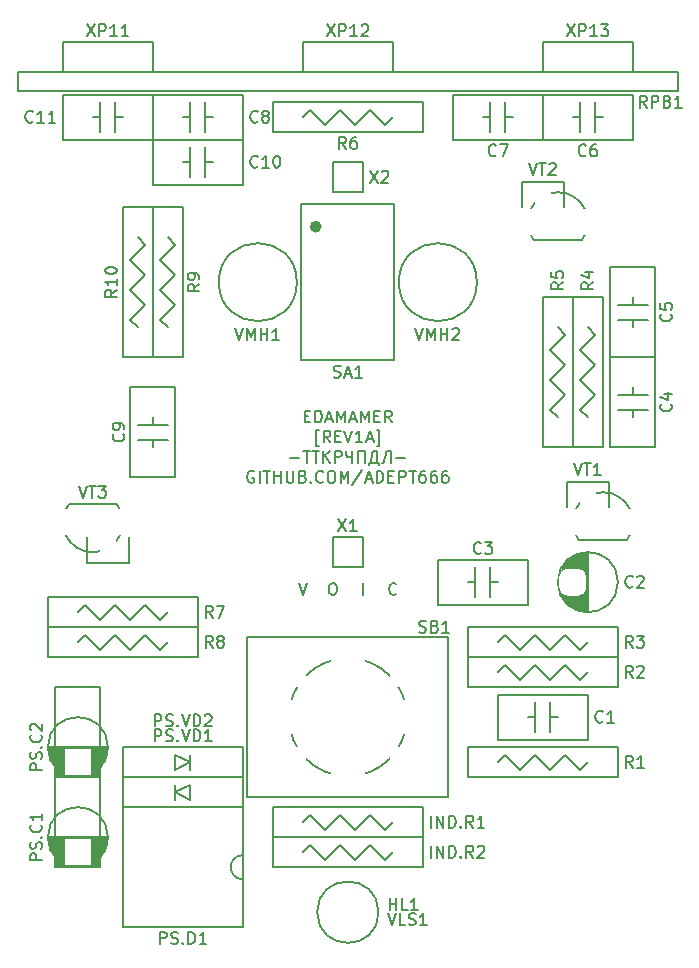
<source format=gbr>
G04 #@! TF.GenerationSoftware,KiCad,Pcbnew,5.1.6-c6e7f7d~87~ubuntu19.10.1*
G04 #@! TF.CreationDate,2022-01-09T06:01:27+06:00*
G04 #@! TF.ProjectId,edamamer_r1a,6564616d-616d-4657-925f-7231612e6b69,1A*
G04 #@! TF.SameCoordinates,Original*
G04 #@! TF.FileFunction,Legend,Top*
G04 #@! TF.FilePolarity,Positive*
%FSLAX46Y46*%
G04 Gerber Fmt 4.6, Leading zero omitted, Abs format (unit mm)*
G04 Created by KiCad (PCBNEW 5.1.6-c6e7f7d~87~ubuntu19.10.1) date 2022-01-09 06:01:27*
%MOMM*%
%LPD*%
G01*
G04 APERTURE LIST*
%ADD10C,0.200000*%
%ADD11C,0.100000*%
%ADD12C,0.500000*%
%ADD13R,2.900000X2.900000*%
%ADD14C,6.400000*%
%ADD15R,2.300000X2.300000*%
%ADD16R,1.400000X1.800000*%
%ADD17C,2.300000*%
%ADD18C,2.400000*%
%ADD19R,2.400000X2.400000*%
%ADD20R,3.400000X3.400000*%
G04 APERTURE END LIST*
D10*
X109529523Y-173712142D02*
X109481904Y-173759761D01*
X109339047Y-173807380D01*
X109243809Y-173807380D01*
X109100952Y-173759761D01*
X109005714Y-173664523D01*
X108958095Y-173569285D01*
X108910476Y-173378809D01*
X108910476Y-173235952D01*
X108958095Y-173045476D01*
X109005714Y-172950238D01*
X109100952Y-172855000D01*
X109243809Y-172807380D01*
X109339047Y-172807380D01*
X109481904Y-172855000D01*
X109529523Y-172902619D01*
X106680000Y-173807380D02*
X106680000Y-172807380D01*
X104044761Y-172807380D02*
X104235238Y-172807380D01*
X104330476Y-172855000D01*
X104425714Y-172950238D01*
X104473333Y-173140714D01*
X104473333Y-173474047D01*
X104425714Y-173664523D01*
X104330476Y-173759761D01*
X104235238Y-173807380D01*
X104044761Y-173807380D01*
X103949523Y-173759761D01*
X103854285Y-173664523D01*
X103806666Y-173474047D01*
X103806666Y-173140714D01*
X103854285Y-172950238D01*
X103949523Y-172855000D01*
X104044761Y-172807380D01*
X101266666Y-172807380D02*
X101600000Y-173807380D01*
X101933333Y-172807380D01*
X101743333Y-158668571D02*
X102076666Y-158668571D01*
X102219523Y-159192380D02*
X101743333Y-159192380D01*
X101743333Y-158192380D01*
X102219523Y-158192380D01*
X102648095Y-159192380D02*
X102648095Y-158192380D01*
X102886190Y-158192380D01*
X103029047Y-158240000D01*
X103124285Y-158335238D01*
X103171904Y-158430476D01*
X103219523Y-158620952D01*
X103219523Y-158763809D01*
X103171904Y-158954285D01*
X103124285Y-159049523D01*
X103029047Y-159144761D01*
X102886190Y-159192380D01*
X102648095Y-159192380D01*
X103600476Y-158906666D02*
X104076666Y-158906666D01*
X103505238Y-159192380D02*
X103838571Y-158192380D01*
X104171904Y-159192380D01*
X104505238Y-159192380D02*
X104505238Y-158192380D01*
X104838571Y-158906666D01*
X105171904Y-158192380D01*
X105171904Y-159192380D01*
X105600476Y-158906666D02*
X106076666Y-158906666D01*
X105505238Y-159192380D02*
X105838571Y-158192380D01*
X106171904Y-159192380D01*
X106505238Y-159192380D02*
X106505238Y-158192380D01*
X106838571Y-158906666D01*
X107171904Y-158192380D01*
X107171904Y-159192380D01*
X107648095Y-158668571D02*
X107981428Y-158668571D01*
X108124285Y-159192380D02*
X107648095Y-159192380D01*
X107648095Y-158192380D01*
X108124285Y-158192380D01*
X109124285Y-159192380D02*
X108790952Y-158716190D01*
X108552857Y-159192380D02*
X108552857Y-158192380D01*
X108933809Y-158192380D01*
X109029047Y-158240000D01*
X109076666Y-158287619D01*
X109124285Y-158382857D01*
X109124285Y-158525714D01*
X109076666Y-158620952D01*
X109029047Y-158668571D01*
X108933809Y-158716190D01*
X108552857Y-158716190D01*
X102981428Y-161225714D02*
X102743333Y-161225714D01*
X102743333Y-159797142D01*
X102981428Y-159797142D01*
X103933809Y-160892380D02*
X103600476Y-160416190D01*
X103362380Y-160892380D02*
X103362380Y-159892380D01*
X103743333Y-159892380D01*
X103838571Y-159940000D01*
X103886190Y-159987619D01*
X103933809Y-160082857D01*
X103933809Y-160225714D01*
X103886190Y-160320952D01*
X103838571Y-160368571D01*
X103743333Y-160416190D01*
X103362380Y-160416190D01*
X104362380Y-160368571D02*
X104695714Y-160368571D01*
X104838571Y-160892380D02*
X104362380Y-160892380D01*
X104362380Y-159892380D01*
X104838571Y-159892380D01*
X105124285Y-159892380D02*
X105457619Y-160892380D01*
X105790952Y-159892380D01*
X106648095Y-160892380D02*
X106076666Y-160892380D01*
X106362380Y-160892380D02*
X106362380Y-159892380D01*
X106267142Y-160035238D01*
X106171904Y-160130476D01*
X106076666Y-160178095D01*
X107029047Y-160606666D02*
X107505238Y-160606666D01*
X106933809Y-160892380D02*
X107267142Y-159892380D01*
X107600476Y-160892380D01*
X107838571Y-161225714D02*
X108076666Y-161225714D01*
X108076666Y-159797142D01*
X107838571Y-159797142D01*
X100552857Y-162211428D02*
X101314761Y-162211428D01*
X101648095Y-161592380D02*
X102219523Y-161592380D01*
X101933809Y-162592380D02*
X101933809Y-161592380D01*
X102410000Y-161592380D02*
X102981428Y-161592380D01*
X102695714Y-162592380D02*
X102695714Y-161592380D01*
X103314761Y-162592380D02*
X103314761Y-161592380D01*
X103886190Y-162592380D02*
X103457619Y-162020952D01*
X103886190Y-161592380D02*
X103314761Y-162163809D01*
X104314761Y-162592380D02*
X104314761Y-161592380D01*
X104695714Y-161592380D01*
X104790952Y-161640000D01*
X104838571Y-161687619D01*
X104886190Y-161782857D01*
X104886190Y-161925714D01*
X104838571Y-162020952D01*
X104790952Y-162068571D01*
X104695714Y-162116190D01*
X104314761Y-162116190D01*
X105790952Y-161592380D02*
X105790952Y-162592380D01*
X105267142Y-161592380D02*
X105267142Y-161973333D01*
X105314761Y-162068571D01*
X105362380Y-162116190D01*
X105457619Y-162163809D01*
X105790952Y-162163809D01*
X106267142Y-162592380D02*
X106267142Y-161592380D01*
X106838571Y-161592380D01*
X106838571Y-162592380D01*
X108076666Y-162830476D02*
X108076666Y-162592380D01*
X107219523Y-162592380D01*
X107219523Y-162830476D01*
X107886190Y-162592380D02*
X107886190Y-161592380D01*
X107648095Y-161592380D01*
X107552857Y-161640000D01*
X107505238Y-161687619D01*
X107457619Y-161782857D01*
X107362380Y-162592380D01*
X109029047Y-162592380D02*
X109029047Y-161592380D01*
X108886190Y-161592380D01*
X108743333Y-161640000D01*
X108648095Y-161735238D01*
X108600476Y-161878095D01*
X108505238Y-162449523D01*
X108457619Y-162544761D01*
X108362380Y-162592380D01*
X108314761Y-162592380D01*
X109505238Y-162211428D02*
X110267142Y-162211428D01*
X97457619Y-163340000D02*
X97362380Y-163292380D01*
X97219523Y-163292380D01*
X97076666Y-163340000D01*
X96981428Y-163435238D01*
X96933809Y-163530476D01*
X96886190Y-163720952D01*
X96886190Y-163863809D01*
X96933809Y-164054285D01*
X96981428Y-164149523D01*
X97076666Y-164244761D01*
X97219523Y-164292380D01*
X97314761Y-164292380D01*
X97457619Y-164244761D01*
X97505238Y-164197142D01*
X97505238Y-163863809D01*
X97314761Y-163863809D01*
X97933809Y-164292380D02*
X97933809Y-163292380D01*
X98267142Y-163292380D02*
X98838571Y-163292380D01*
X98552857Y-164292380D02*
X98552857Y-163292380D01*
X99171904Y-164292380D02*
X99171904Y-163292380D01*
X99171904Y-163768571D02*
X99743333Y-163768571D01*
X99743333Y-164292380D02*
X99743333Y-163292380D01*
X100219523Y-163292380D02*
X100219523Y-164101904D01*
X100267142Y-164197142D01*
X100314761Y-164244761D01*
X100410000Y-164292380D01*
X100600476Y-164292380D01*
X100695714Y-164244761D01*
X100743333Y-164197142D01*
X100790952Y-164101904D01*
X100790952Y-163292380D01*
X101600476Y-163768571D02*
X101743333Y-163816190D01*
X101790952Y-163863809D01*
X101838571Y-163959047D01*
X101838571Y-164101904D01*
X101790952Y-164197142D01*
X101743333Y-164244761D01*
X101648095Y-164292380D01*
X101267142Y-164292380D01*
X101267142Y-163292380D01*
X101600476Y-163292380D01*
X101695714Y-163340000D01*
X101743333Y-163387619D01*
X101790952Y-163482857D01*
X101790952Y-163578095D01*
X101743333Y-163673333D01*
X101695714Y-163720952D01*
X101600476Y-163768571D01*
X101267142Y-163768571D01*
X102267142Y-164197142D02*
X102314761Y-164244761D01*
X102267142Y-164292380D01*
X102219523Y-164244761D01*
X102267142Y-164197142D01*
X102267142Y-164292380D01*
X103314761Y-164197142D02*
X103267142Y-164244761D01*
X103124285Y-164292380D01*
X103029047Y-164292380D01*
X102886190Y-164244761D01*
X102790952Y-164149523D01*
X102743333Y-164054285D01*
X102695714Y-163863809D01*
X102695714Y-163720952D01*
X102743333Y-163530476D01*
X102790952Y-163435238D01*
X102886190Y-163340000D01*
X103029047Y-163292380D01*
X103124285Y-163292380D01*
X103267142Y-163340000D01*
X103314761Y-163387619D01*
X103933809Y-163292380D02*
X104124285Y-163292380D01*
X104219523Y-163340000D01*
X104314761Y-163435238D01*
X104362380Y-163625714D01*
X104362380Y-163959047D01*
X104314761Y-164149523D01*
X104219523Y-164244761D01*
X104124285Y-164292380D01*
X103933809Y-164292380D01*
X103838571Y-164244761D01*
X103743333Y-164149523D01*
X103695714Y-163959047D01*
X103695714Y-163625714D01*
X103743333Y-163435238D01*
X103838571Y-163340000D01*
X103933809Y-163292380D01*
X104790952Y-164292380D02*
X104790952Y-163292380D01*
X105124285Y-164006666D01*
X105457619Y-163292380D01*
X105457619Y-164292380D01*
X106648095Y-163244761D02*
X105790952Y-164530476D01*
X106933809Y-164006666D02*
X107410000Y-164006666D01*
X106838571Y-164292380D02*
X107171904Y-163292380D01*
X107505238Y-164292380D01*
X107838571Y-164292380D02*
X107838571Y-163292380D01*
X108076666Y-163292380D01*
X108219523Y-163340000D01*
X108314761Y-163435238D01*
X108362380Y-163530476D01*
X108410000Y-163720952D01*
X108410000Y-163863809D01*
X108362380Y-164054285D01*
X108314761Y-164149523D01*
X108219523Y-164244761D01*
X108076666Y-164292380D01*
X107838571Y-164292380D01*
X108838571Y-163768571D02*
X109171904Y-163768571D01*
X109314761Y-164292380D02*
X108838571Y-164292380D01*
X108838571Y-163292380D01*
X109314761Y-163292380D01*
X109743333Y-164292380D02*
X109743333Y-163292380D01*
X110124285Y-163292380D01*
X110219523Y-163340000D01*
X110267142Y-163387619D01*
X110314761Y-163482857D01*
X110314761Y-163625714D01*
X110267142Y-163720952D01*
X110219523Y-163768571D01*
X110124285Y-163816190D01*
X109743333Y-163816190D01*
X110600476Y-163292380D02*
X111171904Y-163292380D01*
X110886190Y-164292380D02*
X110886190Y-163292380D01*
X111933809Y-163292380D02*
X111743333Y-163292380D01*
X111648095Y-163340000D01*
X111600476Y-163387619D01*
X111505238Y-163530476D01*
X111457619Y-163720952D01*
X111457619Y-164101904D01*
X111505238Y-164197142D01*
X111552857Y-164244761D01*
X111648095Y-164292380D01*
X111838571Y-164292380D01*
X111933809Y-164244761D01*
X111981428Y-164197142D01*
X112029047Y-164101904D01*
X112029047Y-163863809D01*
X111981428Y-163768571D01*
X111933809Y-163720952D01*
X111838571Y-163673333D01*
X111648095Y-163673333D01*
X111552857Y-163720952D01*
X111505238Y-163768571D01*
X111457619Y-163863809D01*
X112886190Y-163292380D02*
X112695714Y-163292380D01*
X112600476Y-163340000D01*
X112552857Y-163387619D01*
X112457619Y-163530476D01*
X112410000Y-163720952D01*
X112410000Y-164101904D01*
X112457619Y-164197142D01*
X112505238Y-164244761D01*
X112600476Y-164292380D01*
X112790952Y-164292380D01*
X112886190Y-164244761D01*
X112933809Y-164197142D01*
X112981428Y-164101904D01*
X112981428Y-163863809D01*
X112933809Y-163768571D01*
X112886190Y-163720952D01*
X112790952Y-163673333D01*
X112600476Y-163673333D01*
X112505238Y-163720952D01*
X112457619Y-163768571D01*
X112410000Y-163863809D01*
X113838571Y-163292380D02*
X113648095Y-163292380D01*
X113552857Y-163340000D01*
X113505238Y-163387619D01*
X113410000Y-163530476D01*
X113362380Y-163720952D01*
X113362380Y-164101904D01*
X113410000Y-164197142D01*
X113457619Y-164244761D01*
X113552857Y-164292380D01*
X113743333Y-164292380D01*
X113838571Y-164244761D01*
X113886190Y-164197142D01*
X113933809Y-164101904D01*
X113933809Y-163863809D01*
X113886190Y-163768571D01*
X113838571Y-163720952D01*
X113743333Y-163673333D01*
X113552857Y-163673333D01*
X113457619Y-163720952D01*
X113410000Y-163768571D01*
X113362380Y-163863809D01*
X113910000Y-177400000D02*
X113910000Y-190900000D01*
X96910000Y-177400000D02*
X96910000Y-190900000D01*
X96910000Y-190900000D02*
X113910000Y-190900000D01*
X96910000Y-177400000D02*
X113910000Y-177400000D01*
X110410000Y-184150000D02*
G75*
G03*
X110410000Y-184150000I-5000000J0D01*
G01*
X101092000Y-147320000D02*
G75*
G03*
X101092000Y-147320000I-3302000J0D01*
G01*
X116332000Y-147320000D02*
G75*
G03*
X116332000Y-147320000I-3302000J0D01*
G01*
X83312000Y-171069000D02*
X86868000Y-171069000D01*
X86868000Y-168910000D02*
X86868000Y-171069000D01*
X83312000Y-171069000D02*
X83312000Y-168910000D01*
X85851250Y-166115000D02*
X81788750Y-166115000D01*
X85851250Y-166115000D02*
G75*
G02*
X81788750Y-166115000I-2031250J-1525000D01*
G01*
X121158750Y-143765000D02*
X125221250Y-143765000D01*
X123698000Y-138811000D02*
X123698000Y-140970000D01*
X120142000Y-140970000D02*
X120142000Y-138811000D01*
X123698000Y-138811000D02*
X120142000Y-138811000D01*
X121158750Y-143765000D02*
G75*
G02*
X125221250Y-143765000I2031250J1525000D01*
G01*
X124968750Y-169165000D02*
X129031250Y-169165000D01*
X127508000Y-164211000D02*
X127508000Y-166370000D01*
X123952000Y-166370000D02*
X123952000Y-164211000D01*
X127508000Y-164211000D02*
X123952000Y-164211000D01*
X124968750Y-169165000D02*
G75*
G02*
X129031250Y-169165000I2031250J1525000D01*
G01*
X121920000Y-127000000D02*
X121920000Y-129540000D01*
X77470000Y-131140000D02*
X133350000Y-131140000D01*
X77470000Y-129540000D02*
X133350000Y-129540000D01*
X121920000Y-127000000D02*
X129540000Y-127000000D01*
X81280000Y-127000000D02*
X88900000Y-127000000D01*
X81280000Y-127000000D02*
X81280000Y-129540000D01*
X133350000Y-129540000D02*
X133350000Y-131140000D01*
X77470000Y-129540000D02*
X77470000Y-131140000D01*
X88900000Y-127000000D02*
X88900000Y-129540000D01*
X129540000Y-127000000D02*
X129540000Y-129540000D01*
X101600000Y-127000000D02*
X101600000Y-129540000D01*
X109220000Y-127000000D02*
X109220000Y-129540000D01*
X101600000Y-127000000D02*
X109220000Y-127000000D01*
X92075000Y-187325000D02*
X92075000Y-188595000D01*
X90805000Y-188595000D02*
X92075000Y-187960000D01*
X90805000Y-187325000D02*
X92075000Y-187960000D01*
X90805000Y-187325000D02*
X90805000Y-188595000D01*
X96520000Y-186690000D02*
X96520000Y-189230000D01*
X86360000Y-186690000D02*
X86360000Y-189230000D01*
X86360000Y-189230000D02*
X96520000Y-189230000D01*
X86360000Y-186690000D02*
X96520000Y-186690000D01*
X90805000Y-191135000D02*
X90805000Y-189865000D01*
X92075000Y-189865000D02*
X90805000Y-190500000D01*
X92075000Y-191135000D02*
X90805000Y-190500000D01*
X92075000Y-191135000D02*
X92075000Y-189865000D01*
X86360000Y-191770000D02*
X86360000Y-189230000D01*
X96520000Y-191770000D02*
X96520000Y-189230000D01*
X96520000Y-189230000D02*
X86360000Y-189230000D01*
X96520000Y-191770000D02*
X86360000Y-191770000D01*
X96520000Y-201930000D02*
X86360000Y-201930000D01*
X96520000Y-191770000D02*
X96520000Y-201930000D01*
X86360000Y-191770000D02*
X86360000Y-201930000D01*
X96520000Y-191770000D02*
X86360000Y-191770000D01*
X96520000Y-195834000D02*
G75*
G03*
X96520000Y-197866000I0J-1016000D01*
G01*
X85090000Y-186690000D02*
X80010000Y-186690000D01*
D11*
G36*
X80645000Y-189230000D02*
G01*
X80645000Y-188468000D01*
X80137000Y-187579000D01*
X80010000Y-186690000D01*
X85090000Y-186690000D01*
X84963000Y-187579000D01*
X84455000Y-188468000D01*
X84455000Y-189230000D01*
X80645000Y-189230000D01*
G37*
X80645000Y-189230000D02*
X80645000Y-188468000D01*
X80137000Y-187579000D01*
X80010000Y-186690000D01*
X85090000Y-186690000D01*
X84963000Y-187579000D01*
X84455000Y-188468000D01*
X84455000Y-189230000D01*
X80645000Y-189230000D01*
D10*
X85090000Y-186690000D02*
G75*
G03*
X85090000Y-186690000I-2540000J0D01*
G01*
X84455000Y-189230000D02*
X80645000Y-189230000D01*
X84455000Y-181610000D02*
X80645000Y-181610000D01*
X84455000Y-181610000D02*
X84455000Y-189230000D01*
X80645000Y-181610000D02*
X80645000Y-189230000D01*
X85090000Y-194310000D02*
X80010000Y-194310000D01*
D11*
G36*
X80645000Y-196850000D02*
G01*
X80645000Y-196088000D01*
X80137000Y-195199000D01*
X80010000Y-194310000D01*
X85090000Y-194310000D01*
X84963000Y-195199000D01*
X84455000Y-196088000D01*
X84455000Y-196850000D01*
X80645000Y-196850000D01*
G37*
X80645000Y-196850000D02*
X80645000Y-196088000D01*
X80137000Y-195199000D01*
X80010000Y-194310000D01*
X85090000Y-194310000D01*
X84963000Y-195199000D01*
X84455000Y-196088000D01*
X84455000Y-196850000D01*
X80645000Y-196850000D01*
D10*
X85090000Y-194310000D02*
G75*
G03*
X85090000Y-194310000I-2540000J0D01*
G01*
X84455000Y-196850000D02*
X80645000Y-196850000D01*
X84455000Y-189230000D02*
X80645000Y-189230000D01*
X84455000Y-189230000D02*
X84455000Y-196850000D01*
X80645000Y-189230000D02*
X80645000Y-196850000D01*
X84455000Y-134620000D02*
X84455000Y-132080000D01*
X85725000Y-134620000D02*
X85725000Y-132080000D01*
X84455000Y-133350000D02*
X83820000Y-133350000D01*
X86360000Y-133350000D02*
X85725000Y-133350000D01*
X81280000Y-135255000D02*
X81280000Y-131445000D01*
X88900000Y-135255000D02*
X88900000Y-131445000D01*
X88900000Y-131445000D02*
X81280000Y-131445000D01*
X88900000Y-135255000D02*
X81280000Y-135255000D01*
X93345000Y-135890000D02*
X93345000Y-138430000D01*
X92075000Y-135890000D02*
X92075000Y-138430000D01*
X93345000Y-137160000D02*
X93980000Y-137160000D01*
X91440000Y-137160000D02*
X92075000Y-137160000D01*
X96520000Y-135255000D02*
X96520000Y-139065000D01*
X88900000Y-135255000D02*
X88900000Y-139065000D01*
X88900000Y-139065000D02*
X96520000Y-139065000D01*
X88900000Y-135255000D02*
X96520000Y-135255000D01*
X129540000Y-135255000D02*
X121920000Y-135255000D01*
X129540000Y-131445000D02*
X121920000Y-131445000D01*
X129540000Y-135255000D02*
X129540000Y-131445000D01*
X121920000Y-135255000D02*
X121920000Y-131445000D01*
X127000000Y-133350000D02*
X126365000Y-133350000D01*
X125095000Y-133350000D02*
X124460000Y-133350000D01*
X126365000Y-134620000D02*
X126365000Y-132080000D01*
X125095000Y-134620000D02*
X125095000Y-132080000D01*
X128270000Y-156845000D02*
X130810000Y-156845000D01*
X128270000Y-158115000D02*
X130810000Y-158115000D01*
X129540000Y-156845000D02*
X129540000Y-156210000D01*
X129540000Y-158750000D02*
X129540000Y-158115000D01*
X127635000Y-153670000D02*
X131445000Y-153670000D01*
X127635000Y-161290000D02*
X131445000Y-161290000D01*
X131445000Y-161290000D02*
X131445000Y-153670000D01*
X127635000Y-161290000D02*
X127635000Y-153670000D01*
X116205000Y-173990000D02*
X116205000Y-171450000D01*
X117475000Y-173990000D02*
X117475000Y-171450000D01*
X116205000Y-172720000D02*
X115570000Y-172720000D01*
X118110000Y-172720000D02*
X117475000Y-172720000D01*
X113030000Y-174625000D02*
X113030000Y-170815000D01*
X120650000Y-174625000D02*
X120650000Y-170815000D01*
X120650000Y-170815000D02*
X113030000Y-170815000D01*
X120650000Y-174625000D02*
X113030000Y-174625000D01*
X128270000Y-172720000D02*
G75*
G03*
X128270000Y-172720000I-2540000J0D01*
G01*
G36*
X125730000Y-175260000D02*
G01*
X124968000Y-175133000D01*
X123825000Y-174371000D01*
X123190000Y-172720000D01*
X123825000Y-171069000D01*
X124968000Y-170307000D01*
X125730000Y-170180000D01*
X125730000Y-175260000D01*
G37*
X125730000Y-175260000D02*
X124968000Y-175133000D01*
X123825000Y-174371000D01*
X123190000Y-172720000D01*
X123825000Y-171069000D01*
X124968000Y-170307000D01*
X125730000Y-170180000D01*
X125730000Y-175260000D01*
X128270000Y-189230000D02*
X115570000Y-189230000D01*
X128270000Y-186690000D02*
X115570000Y-186690000D01*
X128270000Y-189230000D02*
X128270000Y-186690000D01*
X115570000Y-189230000D02*
X115570000Y-186690000D01*
X125730000Y-187960000D02*
X125095000Y-188595000D01*
X125095000Y-188595000D02*
X123825000Y-187325000D01*
X123825000Y-187325000D02*
X122555000Y-188595000D01*
X122555000Y-188595000D02*
X121285000Y-187325000D01*
X121285000Y-187325000D02*
X120015000Y-188595000D01*
X120015000Y-188595000D02*
X118745000Y-187325000D01*
X118745000Y-187325000D02*
X118110000Y-187960000D01*
X104140000Y-137160000D02*
X106680000Y-137160000D01*
X104140000Y-139700000D02*
X106680000Y-139700000D01*
X104140000Y-137160000D02*
X104140000Y-139700000D01*
X106680000Y-137160000D02*
X106680000Y-139700000D01*
X101460000Y-140720000D02*
X109360000Y-140720000D01*
X101460000Y-153920000D02*
X109360000Y-153920000D01*
X101460000Y-140720000D02*
X101460000Y-153920000D01*
X109360000Y-140720000D02*
X109360000Y-153920000D01*
D12*
X102935000Y-142620000D02*
G75*
G03*
X102935000Y-142620000I-250000J0D01*
G01*
D10*
X83185000Y-174625000D02*
X82550000Y-175260000D01*
X84455000Y-175895000D02*
X83185000Y-174625000D01*
X85725000Y-174625000D02*
X84455000Y-175895000D01*
X86995000Y-175895000D02*
X85725000Y-174625000D01*
X88265000Y-174625000D02*
X86995000Y-175895000D01*
X89535000Y-175895000D02*
X88265000Y-174625000D01*
X90170000Y-175260000D02*
X89535000Y-175895000D01*
X80010000Y-176530000D02*
X80010000Y-173990000D01*
X92710000Y-176530000D02*
X92710000Y-173990000D01*
X92710000Y-173990000D02*
X80010000Y-173990000D01*
X92710000Y-176530000D02*
X80010000Y-176530000D01*
X123825000Y-151765000D02*
X123190000Y-151130000D01*
X122555000Y-153035000D02*
X123825000Y-151765000D01*
X123825000Y-154305000D02*
X122555000Y-153035000D01*
X122555000Y-155575000D02*
X123825000Y-154305000D01*
X123825000Y-156845000D02*
X122555000Y-155575000D01*
X122555000Y-158115000D02*
X123825000Y-156845000D01*
X123190000Y-158750000D02*
X122555000Y-158115000D01*
X121920000Y-148590000D02*
X124460000Y-148590000D01*
X121920000Y-161290000D02*
X124460000Y-161290000D01*
X124460000Y-161290000D02*
X124460000Y-148590000D01*
X121920000Y-161290000D02*
X121920000Y-148590000D01*
X126365000Y-151765000D02*
X125730000Y-151130000D01*
X125095000Y-153035000D02*
X126365000Y-151765000D01*
X126365000Y-154305000D02*
X125095000Y-153035000D01*
X125095000Y-155575000D02*
X126365000Y-154305000D01*
X126365000Y-156845000D02*
X125095000Y-155575000D01*
X125095000Y-158115000D02*
X126365000Y-156845000D01*
X125730000Y-158750000D02*
X125095000Y-158115000D01*
X124460000Y-148590000D02*
X127000000Y-148590000D01*
X124460000Y-161290000D02*
X127000000Y-161290000D01*
X127000000Y-161290000D02*
X127000000Y-148590000D01*
X124460000Y-161290000D02*
X124460000Y-148590000D01*
X88900000Y-153670000D02*
X88900000Y-140970000D01*
X91440000Y-153670000D02*
X91440000Y-140970000D01*
X88900000Y-153670000D02*
X91440000Y-153670000D01*
X88900000Y-140970000D02*
X91440000Y-140970000D01*
X90170000Y-151130000D02*
X89535000Y-150495000D01*
X89535000Y-150495000D02*
X90805000Y-149225000D01*
X90805000Y-149225000D02*
X89535000Y-147955000D01*
X89535000Y-147955000D02*
X90805000Y-146685000D01*
X90805000Y-146685000D02*
X89535000Y-145415000D01*
X89535000Y-145415000D02*
X90805000Y-144145000D01*
X90805000Y-144145000D02*
X90170000Y-143510000D01*
X83185000Y-177165000D02*
X82550000Y-177800000D01*
X84455000Y-178435000D02*
X83185000Y-177165000D01*
X85725000Y-177165000D02*
X84455000Y-178435000D01*
X86995000Y-178435000D02*
X85725000Y-177165000D01*
X88265000Y-177165000D02*
X86995000Y-178435000D01*
X89535000Y-178435000D02*
X88265000Y-177165000D01*
X90170000Y-177800000D02*
X89535000Y-178435000D01*
X80010000Y-179070000D02*
X80010000Y-176530000D01*
X92710000Y-179070000D02*
X92710000Y-176530000D01*
X92710000Y-176530000D02*
X80010000Y-176530000D01*
X92710000Y-179070000D02*
X80010000Y-179070000D01*
X108010000Y-200660000D02*
G75*
G03*
X108010000Y-200660000I-2600000J0D01*
G01*
X111760000Y-134620000D02*
X99060000Y-134620000D01*
X111760000Y-132080000D02*
X99060000Y-132080000D01*
X111760000Y-134620000D02*
X111760000Y-132080000D01*
X99060000Y-134620000D02*
X99060000Y-132080000D01*
X109220000Y-133350000D02*
X108585000Y-133985000D01*
X108585000Y-133985000D02*
X107315000Y-132715000D01*
X107315000Y-132715000D02*
X106045000Y-133985000D01*
X106045000Y-133985000D02*
X104775000Y-132715000D01*
X104775000Y-132715000D02*
X103505000Y-133985000D01*
X103505000Y-133985000D02*
X102235000Y-132715000D01*
X102235000Y-132715000D02*
X101600000Y-133350000D01*
X86360000Y-153670000D02*
X86360000Y-140970000D01*
X88900000Y-153670000D02*
X88900000Y-140970000D01*
X86360000Y-153670000D02*
X88900000Y-153670000D01*
X86360000Y-140970000D02*
X88900000Y-140970000D01*
X87630000Y-151130000D02*
X86995000Y-150495000D01*
X86995000Y-150495000D02*
X88265000Y-149225000D01*
X88265000Y-149225000D02*
X86995000Y-147955000D01*
X86995000Y-147955000D02*
X88265000Y-146685000D01*
X88265000Y-146685000D02*
X86995000Y-145415000D01*
X86995000Y-145415000D02*
X88265000Y-144145000D01*
X88265000Y-144145000D02*
X87630000Y-143510000D01*
X125095000Y-180975000D02*
X125730000Y-180340000D01*
X123825000Y-179705000D02*
X125095000Y-180975000D01*
X122555000Y-180975000D02*
X123825000Y-179705000D01*
X121285000Y-179705000D02*
X122555000Y-180975000D01*
X120015000Y-180975000D02*
X121285000Y-179705000D01*
X118745000Y-179705000D02*
X120015000Y-180975000D01*
X118110000Y-180340000D02*
X118745000Y-179705000D01*
X128270000Y-179070000D02*
X128270000Y-181610000D01*
X115570000Y-179070000D02*
X115570000Y-181610000D01*
X115570000Y-181610000D02*
X128270000Y-181610000D01*
X115570000Y-179070000D02*
X128270000Y-179070000D01*
X125095000Y-178435000D02*
X125730000Y-177800000D01*
X123825000Y-177165000D02*
X125095000Y-178435000D01*
X122555000Y-178435000D02*
X123825000Y-177165000D01*
X121285000Y-177165000D02*
X122555000Y-178435000D01*
X120015000Y-178435000D02*
X121285000Y-177165000D01*
X118745000Y-177165000D02*
X120015000Y-178435000D01*
X118110000Y-177800000D02*
X118745000Y-177165000D01*
X128270000Y-176530000D02*
X128270000Y-179070000D01*
X115570000Y-176530000D02*
X115570000Y-179070000D01*
X115570000Y-179070000D02*
X128270000Y-179070000D01*
X115570000Y-176530000D02*
X128270000Y-176530000D01*
X122555000Y-182880000D02*
X122555000Y-185420000D01*
X121285000Y-182880000D02*
X121285000Y-185420000D01*
X122555000Y-184150000D02*
X123190000Y-184150000D01*
X120650000Y-184150000D02*
X121285000Y-184150000D01*
X125730000Y-182245000D02*
X125730000Y-186055000D01*
X118110000Y-182245000D02*
X118110000Y-186055000D01*
X118110000Y-186055000D02*
X125730000Y-186055000D01*
X118110000Y-182245000D02*
X125730000Y-182245000D01*
X96520000Y-135255000D02*
X88900000Y-135255000D01*
X96520000Y-131445000D02*
X88900000Y-131445000D01*
X96520000Y-135255000D02*
X96520000Y-131445000D01*
X88900000Y-135255000D02*
X88900000Y-131445000D01*
X93980000Y-133350000D02*
X93345000Y-133350000D01*
X92075000Y-133350000D02*
X91440000Y-133350000D01*
X93345000Y-134620000D02*
X93345000Y-132080000D01*
X92075000Y-134620000D02*
X92075000Y-132080000D01*
X87630000Y-159385000D02*
X90170000Y-159385000D01*
X87630000Y-160655000D02*
X90170000Y-160655000D01*
X88900000Y-159385000D02*
X88900000Y-158750000D01*
X88900000Y-161290000D02*
X88900000Y-160655000D01*
X86995000Y-156210000D02*
X90805000Y-156210000D01*
X86995000Y-163830000D02*
X90805000Y-163830000D01*
X90805000Y-163830000D02*
X90805000Y-156210000D01*
X86995000Y-163830000D02*
X86995000Y-156210000D01*
X128270000Y-149225000D02*
X130810000Y-149225000D01*
X128270000Y-150495000D02*
X130810000Y-150495000D01*
X129540000Y-149225000D02*
X129540000Y-148590000D01*
X129540000Y-151130000D02*
X129540000Y-150495000D01*
X127635000Y-146050000D02*
X131445000Y-146050000D01*
X127635000Y-153670000D02*
X131445000Y-153670000D01*
X131445000Y-153670000D02*
X131445000Y-146050000D01*
X127635000Y-153670000D02*
X127635000Y-146050000D01*
X121920000Y-135255000D02*
X114300000Y-135255000D01*
X121920000Y-131445000D02*
X114300000Y-131445000D01*
X121920000Y-135255000D02*
X121920000Y-131445000D01*
X114300000Y-135255000D02*
X114300000Y-131445000D01*
X119380000Y-133350000D02*
X118745000Y-133350000D01*
X117475000Y-133350000D02*
X116840000Y-133350000D01*
X118745000Y-134620000D02*
X118745000Y-132080000D01*
X117475000Y-134620000D02*
X117475000Y-132080000D01*
X108585000Y-196215000D02*
X109220000Y-195580000D01*
X107315000Y-194945000D02*
X108585000Y-196215000D01*
X106045000Y-196215000D02*
X107315000Y-194945000D01*
X104775000Y-194945000D02*
X106045000Y-196215000D01*
X103505000Y-196215000D02*
X104775000Y-194945000D01*
X102235000Y-194945000D02*
X103505000Y-196215000D01*
X101600000Y-195580000D02*
X102235000Y-194945000D01*
X111760000Y-194310000D02*
X111760000Y-196850000D01*
X99060000Y-194310000D02*
X99060000Y-196850000D01*
X99060000Y-196850000D02*
X111760000Y-196850000D01*
X99060000Y-194310000D02*
X111760000Y-194310000D01*
X102235000Y-192405000D02*
X101600000Y-193040000D01*
X103505000Y-193675000D02*
X102235000Y-192405000D01*
X104775000Y-192405000D02*
X103505000Y-193675000D01*
X106045000Y-193675000D02*
X104775000Y-192405000D01*
X107315000Y-192405000D02*
X106045000Y-193675000D01*
X108585000Y-193675000D02*
X107315000Y-192405000D01*
X109220000Y-193040000D02*
X108585000Y-193675000D01*
X99060000Y-194310000D02*
X99060000Y-191770000D01*
X111760000Y-194310000D02*
X111760000Y-191770000D01*
X111760000Y-191770000D02*
X99060000Y-191770000D01*
X111760000Y-194310000D02*
X99060000Y-194310000D01*
X104140000Y-168910000D02*
X106680000Y-168910000D01*
X104140000Y-171450000D02*
X106680000Y-171450000D01*
X104140000Y-168910000D02*
X104140000Y-171450000D01*
X106680000Y-168910000D02*
X106680000Y-171450000D01*
X111455714Y-176934761D02*
X111598571Y-176982380D01*
X111836666Y-176982380D01*
X111931904Y-176934761D01*
X111979523Y-176887142D01*
X112027142Y-176791904D01*
X112027142Y-176696666D01*
X111979523Y-176601428D01*
X111931904Y-176553809D01*
X111836666Y-176506190D01*
X111646190Y-176458571D01*
X111550952Y-176410952D01*
X111503333Y-176363333D01*
X111455714Y-176268095D01*
X111455714Y-176172857D01*
X111503333Y-176077619D01*
X111550952Y-176030000D01*
X111646190Y-175982380D01*
X111884285Y-175982380D01*
X112027142Y-176030000D01*
X112789047Y-176458571D02*
X112931904Y-176506190D01*
X112979523Y-176553809D01*
X113027142Y-176649047D01*
X113027142Y-176791904D01*
X112979523Y-176887142D01*
X112931904Y-176934761D01*
X112836666Y-176982380D01*
X112455714Y-176982380D01*
X112455714Y-175982380D01*
X112789047Y-175982380D01*
X112884285Y-176030000D01*
X112931904Y-176077619D01*
X112979523Y-176172857D01*
X112979523Y-176268095D01*
X112931904Y-176363333D01*
X112884285Y-176410952D01*
X112789047Y-176458571D01*
X112455714Y-176458571D01*
X113979523Y-176982380D02*
X113408095Y-176982380D01*
X113693809Y-176982380D02*
X113693809Y-175982380D01*
X113598571Y-176125238D01*
X113503333Y-176220476D01*
X113408095Y-176268095D01*
X95885238Y-151217380D02*
X96218571Y-152217380D01*
X96551904Y-151217380D01*
X96885238Y-152217380D02*
X96885238Y-151217380D01*
X97218571Y-151931666D01*
X97551904Y-151217380D01*
X97551904Y-152217380D01*
X98028095Y-152217380D02*
X98028095Y-151217380D01*
X98028095Y-151693571D02*
X98599523Y-151693571D01*
X98599523Y-152217380D02*
X98599523Y-151217380D01*
X99599523Y-152217380D02*
X99028095Y-152217380D01*
X99313809Y-152217380D02*
X99313809Y-151217380D01*
X99218571Y-151360238D01*
X99123333Y-151455476D01*
X99028095Y-151503095D01*
X111125238Y-151217380D02*
X111458571Y-152217380D01*
X111791904Y-151217380D01*
X112125238Y-152217380D02*
X112125238Y-151217380D01*
X112458571Y-151931666D01*
X112791904Y-151217380D01*
X112791904Y-152217380D01*
X113268095Y-152217380D02*
X113268095Y-151217380D01*
X113268095Y-151693571D02*
X113839523Y-151693571D01*
X113839523Y-152217380D02*
X113839523Y-151217380D01*
X114268095Y-151312619D02*
X114315714Y-151265000D01*
X114410952Y-151217380D01*
X114649047Y-151217380D01*
X114744285Y-151265000D01*
X114791904Y-151312619D01*
X114839523Y-151407857D01*
X114839523Y-151503095D01*
X114791904Y-151645952D01*
X114220476Y-152217380D01*
X114839523Y-152217380D01*
X82629523Y-164552380D02*
X82962857Y-165552380D01*
X83296190Y-164552380D01*
X83486666Y-164552380D02*
X84058095Y-164552380D01*
X83772380Y-165552380D02*
X83772380Y-164552380D01*
X84296190Y-164552380D02*
X84915238Y-164552380D01*
X84581904Y-164933333D01*
X84724761Y-164933333D01*
X84820000Y-164980952D01*
X84867619Y-165028571D01*
X84915238Y-165123809D01*
X84915238Y-165361904D01*
X84867619Y-165457142D01*
X84820000Y-165504761D01*
X84724761Y-165552380D01*
X84439047Y-165552380D01*
X84343809Y-165504761D01*
X84296190Y-165457142D01*
X120729523Y-137247380D02*
X121062857Y-138247380D01*
X121396190Y-137247380D01*
X121586666Y-137247380D02*
X122158095Y-137247380D01*
X121872380Y-138247380D02*
X121872380Y-137247380D01*
X122443809Y-137342619D02*
X122491428Y-137295000D01*
X122586666Y-137247380D01*
X122824761Y-137247380D01*
X122920000Y-137295000D01*
X122967619Y-137342619D01*
X123015238Y-137437857D01*
X123015238Y-137533095D01*
X122967619Y-137675952D01*
X122396190Y-138247380D01*
X123015238Y-138247380D01*
X124539523Y-162647380D02*
X124872857Y-163647380D01*
X125206190Y-162647380D01*
X125396666Y-162647380D02*
X125968095Y-162647380D01*
X125682380Y-163647380D02*
X125682380Y-162647380D01*
X126825238Y-163647380D02*
X126253809Y-163647380D01*
X126539523Y-163647380D02*
X126539523Y-162647380D01*
X126444285Y-162790238D01*
X126349047Y-162885476D01*
X126253809Y-162933095D01*
X130712142Y-132532380D02*
X130378809Y-132056190D01*
X130140714Y-132532380D02*
X130140714Y-131532380D01*
X130521666Y-131532380D01*
X130616904Y-131580000D01*
X130664523Y-131627619D01*
X130712142Y-131722857D01*
X130712142Y-131865714D01*
X130664523Y-131960952D01*
X130616904Y-132008571D01*
X130521666Y-132056190D01*
X130140714Y-132056190D01*
X131140714Y-132532380D02*
X131140714Y-131532380D01*
X131521666Y-131532380D01*
X131616904Y-131580000D01*
X131664523Y-131627619D01*
X131712142Y-131722857D01*
X131712142Y-131865714D01*
X131664523Y-131960952D01*
X131616904Y-132008571D01*
X131521666Y-132056190D01*
X131140714Y-132056190D01*
X132474047Y-132008571D02*
X132616904Y-132056190D01*
X132664523Y-132103809D01*
X132712142Y-132199047D01*
X132712142Y-132341904D01*
X132664523Y-132437142D01*
X132616904Y-132484761D01*
X132521666Y-132532380D01*
X132140714Y-132532380D01*
X132140714Y-131532380D01*
X132474047Y-131532380D01*
X132569285Y-131580000D01*
X132616904Y-131627619D01*
X132664523Y-131722857D01*
X132664523Y-131818095D01*
X132616904Y-131913333D01*
X132569285Y-131960952D01*
X132474047Y-132008571D01*
X132140714Y-132008571D01*
X133664523Y-132532380D02*
X133093095Y-132532380D01*
X133378809Y-132532380D02*
X133378809Y-131532380D01*
X133283571Y-131675238D01*
X133188333Y-131770476D01*
X133093095Y-131818095D01*
X103624285Y-125499880D02*
X104290952Y-126499880D01*
X104290952Y-125499880D02*
X103624285Y-126499880D01*
X104671904Y-126499880D02*
X104671904Y-125499880D01*
X105052857Y-125499880D01*
X105148095Y-125547500D01*
X105195714Y-125595119D01*
X105243333Y-125690357D01*
X105243333Y-125833214D01*
X105195714Y-125928452D01*
X105148095Y-125976071D01*
X105052857Y-126023690D01*
X104671904Y-126023690D01*
X106195714Y-126499880D02*
X105624285Y-126499880D01*
X105910000Y-126499880D02*
X105910000Y-125499880D01*
X105814761Y-125642738D01*
X105719523Y-125737976D01*
X105624285Y-125785595D01*
X106576666Y-125595119D02*
X106624285Y-125547500D01*
X106719523Y-125499880D01*
X106957619Y-125499880D01*
X107052857Y-125547500D01*
X107100476Y-125595119D01*
X107148095Y-125690357D01*
X107148095Y-125785595D01*
X107100476Y-125928452D01*
X106529047Y-126499880D01*
X107148095Y-126499880D01*
X83304285Y-125499880D02*
X83970952Y-126499880D01*
X83970952Y-125499880D02*
X83304285Y-126499880D01*
X84351904Y-126499880D02*
X84351904Y-125499880D01*
X84732857Y-125499880D01*
X84828095Y-125547500D01*
X84875714Y-125595119D01*
X84923333Y-125690357D01*
X84923333Y-125833214D01*
X84875714Y-125928452D01*
X84828095Y-125976071D01*
X84732857Y-126023690D01*
X84351904Y-126023690D01*
X85875714Y-126499880D02*
X85304285Y-126499880D01*
X85590000Y-126499880D02*
X85590000Y-125499880D01*
X85494761Y-125642738D01*
X85399523Y-125737976D01*
X85304285Y-125785595D01*
X86828095Y-126499880D02*
X86256666Y-126499880D01*
X86542380Y-126499880D02*
X86542380Y-125499880D01*
X86447142Y-125642738D01*
X86351904Y-125737976D01*
X86256666Y-125785595D01*
X123944285Y-125499880D02*
X124610952Y-126499880D01*
X124610952Y-125499880D02*
X123944285Y-126499880D01*
X124991904Y-126499880D02*
X124991904Y-125499880D01*
X125372857Y-125499880D01*
X125468095Y-125547500D01*
X125515714Y-125595119D01*
X125563333Y-125690357D01*
X125563333Y-125833214D01*
X125515714Y-125928452D01*
X125468095Y-125976071D01*
X125372857Y-126023690D01*
X124991904Y-126023690D01*
X126515714Y-126499880D02*
X125944285Y-126499880D01*
X126230000Y-126499880D02*
X126230000Y-125499880D01*
X126134761Y-125642738D01*
X126039523Y-125737976D01*
X125944285Y-125785595D01*
X126849047Y-125499880D02*
X127468095Y-125499880D01*
X127134761Y-125880833D01*
X127277619Y-125880833D01*
X127372857Y-125928452D01*
X127420476Y-125976071D01*
X127468095Y-126071309D01*
X127468095Y-126309404D01*
X127420476Y-126404642D01*
X127372857Y-126452261D01*
X127277619Y-126499880D01*
X126991904Y-126499880D01*
X126896666Y-126452261D01*
X126849047Y-126404642D01*
X89059047Y-184919880D02*
X89059047Y-183919880D01*
X89440000Y-183919880D01*
X89535238Y-183967500D01*
X89582857Y-184015119D01*
X89630476Y-184110357D01*
X89630476Y-184253214D01*
X89582857Y-184348452D01*
X89535238Y-184396071D01*
X89440000Y-184443690D01*
X89059047Y-184443690D01*
X90011428Y-184872261D02*
X90154285Y-184919880D01*
X90392380Y-184919880D01*
X90487619Y-184872261D01*
X90535238Y-184824642D01*
X90582857Y-184729404D01*
X90582857Y-184634166D01*
X90535238Y-184538928D01*
X90487619Y-184491309D01*
X90392380Y-184443690D01*
X90201904Y-184396071D01*
X90106666Y-184348452D01*
X90059047Y-184300833D01*
X90011428Y-184205595D01*
X90011428Y-184110357D01*
X90059047Y-184015119D01*
X90106666Y-183967500D01*
X90201904Y-183919880D01*
X90440000Y-183919880D01*
X90582857Y-183967500D01*
X91011428Y-184824642D02*
X91059047Y-184872261D01*
X91011428Y-184919880D01*
X90963809Y-184872261D01*
X91011428Y-184824642D01*
X91011428Y-184919880D01*
X91344761Y-183919880D02*
X91678095Y-184919880D01*
X92011428Y-183919880D01*
X92344761Y-184919880D02*
X92344761Y-183919880D01*
X92582857Y-183919880D01*
X92725714Y-183967500D01*
X92820952Y-184062738D01*
X92868571Y-184157976D01*
X92916190Y-184348452D01*
X92916190Y-184491309D01*
X92868571Y-184681785D01*
X92820952Y-184777023D01*
X92725714Y-184872261D01*
X92582857Y-184919880D01*
X92344761Y-184919880D01*
X93297142Y-184015119D02*
X93344761Y-183967500D01*
X93440000Y-183919880D01*
X93678095Y-183919880D01*
X93773333Y-183967500D01*
X93820952Y-184015119D01*
X93868571Y-184110357D01*
X93868571Y-184205595D01*
X93820952Y-184348452D01*
X93249523Y-184919880D01*
X93868571Y-184919880D01*
X89059047Y-186189880D02*
X89059047Y-185189880D01*
X89440000Y-185189880D01*
X89535238Y-185237500D01*
X89582857Y-185285119D01*
X89630476Y-185380357D01*
X89630476Y-185523214D01*
X89582857Y-185618452D01*
X89535238Y-185666071D01*
X89440000Y-185713690D01*
X89059047Y-185713690D01*
X90011428Y-186142261D02*
X90154285Y-186189880D01*
X90392380Y-186189880D01*
X90487619Y-186142261D01*
X90535238Y-186094642D01*
X90582857Y-185999404D01*
X90582857Y-185904166D01*
X90535238Y-185808928D01*
X90487619Y-185761309D01*
X90392380Y-185713690D01*
X90201904Y-185666071D01*
X90106666Y-185618452D01*
X90059047Y-185570833D01*
X90011428Y-185475595D01*
X90011428Y-185380357D01*
X90059047Y-185285119D01*
X90106666Y-185237500D01*
X90201904Y-185189880D01*
X90440000Y-185189880D01*
X90582857Y-185237500D01*
X91011428Y-186094642D02*
X91059047Y-186142261D01*
X91011428Y-186189880D01*
X90963809Y-186142261D01*
X91011428Y-186094642D01*
X91011428Y-186189880D01*
X91344761Y-185189880D02*
X91678095Y-186189880D01*
X92011428Y-185189880D01*
X92344761Y-186189880D02*
X92344761Y-185189880D01*
X92582857Y-185189880D01*
X92725714Y-185237500D01*
X92820952Y-185332738D01*
X92868571Y-185427976D01*
X92916190Y-185618452D01*
X92916190Y-185761309D01*
X92868571Y-185951785D01*
X92820952Y-186047023D01*
X92725714Y-186142261D01*
X92582857Y-186189880D01*
X92344761Y-186189880D01*
X93868571Y-186189880D02*
X93297142Y-186189880D01*
X93582857Y-186189880D02*
X93582857Y-185189880D01*
X93487619Y-185332738D01*
X93392380Y-185427976D01*
X93297142Y-185475595D01*
X89487619Y-203334880D02*
X89487619Y-202334880D01*
X89868571Y-202334880D01*
X89963809Y-202382500D01*
X90011428Y-202430119D01*
X90059047Y-202525357D01*
X90059047Y-202668214D01*
X90011428Y-202763452D01*
X89963809Y-202811071D01*
X89868571Y-202858690D01*
X89487619Y-202858690D01*
X90440000Y-203287261D02*
X90582857Y-203334880D01*
X90820952Y-203334880D01*
X90916190Y-203287261D01*
X90963809Y-203239642D01*
X91011428Y-203144404D01*
X91011428Y-203049166D01*
X90963809Y-202953928D01*
X90916190Y-202906309D01*
X90820952Y-202858690D01*
X90630476Y-202811071D01*
X90535238Y-202763452D01*
X90487619Y-202715833D01*
X90440000Y-202620595D01*
X90440000Y-202525357D01*
X90487619Y-202430119D01*
X90535238Y-202382500D01*
X90630476Y-202334880D01*
X90868571Y-202334880D01*
X91011428Y-202382500D01*
X91440000Y-203239642D02*
X91487619Y-203287261D01*
X91440000Y-203334880D01*
X91392380Y-203287261D01*
X91440000Y-203239642D01*
X91440000Y-203334880D01*
X91916190Y-203334880D02*
X91916190Y-202334880D01*
X92154285Y-202334880D01*
X92297142Y-202382500D01*
X92392380Y-202477738D01*
X92440000Y-202572976D01*
X92487619Y-202763452D01*
X92487619Y-202906309D01*
X92440000Y-203096785D01*
X92392380Y-203192023D01*
X92297142Y-203287261D01*
X92154285Y-203334880D01*
X91916190Y-203334880D01*
X93440000Y-203334880D02*
X92868571Y-203334880D01*
X93154285Y-203334880D02*
X93154285Y-202334880D01*
X93059047Y-202477738D01*
X92963809Y-202572976D01*
X92868571Y-202620595D01*
X79509880Y-188642380D02*
X78509880Y-188642380D01*
X78509880Y-188261428D01*
X78557500Y-188166190D01*
X78605119Y-188118571D01*
X78700357Y-188070952D01*
X78843214Y-188070952D01*
X78938452Y-188118571D01*
X78986071Y-188166190D01*
X79033690Y-188261428D01*
X79033690Y-188642380D01*
X79462261Y-187690000D02*
X79509880Y-187547142D01*
X79509880Y-187309047D01*
X79462261Y-187213809D01*
X79414642Y-187166190D01*
X79319404Y-187118571D01*
X79224166Y-187118571D01*
X79128928Y-187166190D01*
X79081309Y-187213809D01*
X79033690Y-187309047D01*
X78986071Y-187499523D01*
X78938452Y-187594761D01*
X78890833Y-187642380D01*
X78795595Y-187690000D01*
X78700357Y-187690000D01*
X78605119Y-187642380D01*
X78557500Y-187594761D01*
X78509880Y-187499523D01*
X78509880Y-187261428D01*
X78557500Y-187118571D01*
X79414642Y-186690000D02*
X79462261Y-186642380D01*
X79509880Y-186690000D01*
X79462261Y-186737619D01*
X79414642Y-186690000D01*
X79509880Y-186690000D01*
X79414642Y-185642380D02*
X79462261Y-185690000D01*
X79509880Y-185832857D01*
X79509880Y-185928095D01*
X79462261Y-186070952D01*
X79367023Y-186166190D01*
X79271785Y-186213809D01*
X79081309Y-186261428D01*
X78938452Y-186261428D01*
X78747976Y-186213809D01*
X78652738Y-186166190D01*
X78557500Y-186070952D01*
X78509880Y-185928095D01*
X78509880Y-185832857D01*
X78557500Y-185690000D01*
X78605119Y-185642380D01*
X78605119Y-185261428D02*
X78557500Y-185213809D01*
X78509880Y-185118571D01*
X78509880Y-184880476D01*
X78557500Y-184785238D01*
X78605119Y-184737619D01*
X78700357Y-184690000D01*
X78795595Y-184690000D01*
X78938452Y-184737619D01*
X79509880Y-185309047D01*
X79509880Y-184690000D01*
X79509880Y-196262380D02*
X78509880Y-196262380D01*
X78509880Y-195881428D01*
X78557500Y-195786190D01*
X78605119Y-195738571D01*
X78700357Y-195690952D01*
X78843214Y-195690952D01*
X78938452Y-195738571D01*
X78986071Y-195786190D01*
X79033690Y-195881428D01*
X79033690Y-196262380D01*
X79462261Y-195310000D02*
X79509880Y-195167142D01*
X79509880Y-194929047D01*
X79462261Y-194833809D01*
X79414642Y-194786190D01*
X79319404Y-194738571D01*
X79224166Y-194738571D01*
X79128928Y-194786190D01*
X79081309Y-194833809D01*
X79033690Y-194929047D01*
X78986071Y-195119523D01*
X78938452Y-195214761D01*
X78890833Y-195262380D01*
X78795595Y-195310000D01*
X78700357Y-195310000D01*
X78605119Y-195262380D01*
X78557500Y-195214761D01*
X78509880Y-195119523D01*
X78509880Y-194881428D01*
X78557500Y-194738571D01*
X79414642Y-194310000D02*
X79462261Y-194262380D01*
X79509880Y-194310000D01*
X79462261Y-194357619D01*
X79414642Y-194310000D01*
X79509880Y-194310000D01*
X79414642Y-193262380D02*
X79462261Y-193310000D01*
X79509880Y-193452857D01*
X79509880Y-193548095D01*
X79462261Y-193690952D01*
X79367023Y-193786190D01*
X79271785Y-193833809D01*
X79081309Y-193881428D01*
X78938452Y-193881428D01*
X78747976Y-193833809D01*
X78652738Y-193786190D01*
X78557500Y-193690952D01*
X78509880Y-193548095D01*
X78509880Y-193452857D01*
X78557500Y-193310000D01*
X78605119Y-193262380D01*
X79509880Y-192310000D02*
X79509880Y-192881428D01*
X79509880Y-192595714D02*
X78509880Y-192595714D01*
X78652738Y-192690952D01*
X78747976Y-192786190D01*
X78795595Y-192881428D01*
X78737261Y-133707142D02*
X78689642Y-133754761D01*
X78546785Y-133802380D01*
X78451547Y-133802380D01*
X78308690Y-133754761D01*
X78213452Y-133659523D01*
X78165833Y-133564285D01*
X78118214Y-133373809D01*
X78118214Y-133230952D01*
X78165833Y-133040476D01*
X78213452Y-132945238D01*
X78308690Y-132850000D01*
X78451547Y-132802380D01*
X78546785Y-132802380D01*
X78689642Y-132850000D01*
X78737261Y-132897619D01*
X79689642Y-133802380D02*
X79118214Y-133802380D01*
X79403928Y-133802380D02*
X79403928Y-132802380D01*
X79308690Y-132945238D01*
X79213452Y-133040476D01*
X79118214Y-133088095D01*
X80642023Y-133802380D02*
X80070595Y-133802380D01*
X80356309Y-133802380D02*
X80356309Y-132802380D01*
X80261071Y-132945238D01*
X80165833Y-133040476D01*
X80070595Y-133088095D01*
X97777023Y-137517142D02*
X97729404Y-137564761D01*
X97586547Y-137612380D01*
X97491309Y-137612380D01*
X97348452Y-137564761D01*
X97253214Y-137469523D01*
X97205595Y-137374285D01*
X97157976Y-137183809D01*
X97157976Y-137040952D01*
X97205595Y-136850476D01*
X97253214Y-136755238D01*
X97348452Y-136660000D01*
X97491309Y-136612380D01*
X97586547Y-136612380D01*
X97729404Y-136660000D01*
X97777023Y-136707619D01*
X98729404Y-137612380D02*
X98157976Y-137612380D01*
X98443690Y-137612380D02*
X98443690Y-136612380D01*
X98348452Y-136755238D01*
X98253214Y-136850476D01*
X98157976Y-136898095D01*
X99348452Y-136612380D02*
X99443690Y-136612380D01*
X99538928Y-136660000D01*
X99586547Y-136707619D01*
X99634166Y-136802857D01*
X99681785Y-136993333D01*
X99681785Y-137231428D01*
X99634166Y-137421904D01*
X99586547Y-137517142D01*
X99538928Y-137564761D01*
X99443690Y-137612380D01*
X99348452Y-137612380D01*
X99253214Y-137564761D01*
X99205595Y-137517142D01*
X99157976Y-137421904D01*
X99110357Y-137231428D01*
X99110357Y-136993333D01*
X99157976Y-136802857D01*
X99205595Y-136707619D01*
X99253214Y-136660000D01*
X99348452Y-136612380D01*
X125563333Y-136564642D02*
X125515714Y-136612261D01*
X125372857Y-136659880D01*
X125277619Y-136659880D01*
X125134761Y-136612261D01*
X125039523Y-136517023D01*
X124991904Y-136421785D01*
X124944285Y-136231309D01*
X124944285Y-136088452D01*
X124991904Y-135897976D01*
X125039523Y-135802738D01*
X125134761Y-135707500D01*
X125277619Y-135659880D01*
X125372857Y-135659880D01*
X125515714Y-135707500D01*
X125563333Y-135755119D01*
X126420476Y-135659880D02*
X126230000Y-135659880D01*
X126134761Y-135707500D01*
X126087142Y-135755119D01*
X125991904Y-135897976D01*
X125944285Y-136088452D01*
X125944285Y-136469404D01*
X125991904Y-136564642D01*
X126039523Y-136612261D01*
X126134761Y-136659880D01*
X126325238Y-136659880D01*
X126420476Y-136612261D01*
X126468095Y-136564642D01*
X126515714Y-136469404D01*
X126515714Y-136231309D01*
X126468095Y-136136071D01*
X126420476Y-136088452D01*
X126325238Y-136040833D01*
X126134761Y-136040833D01*
X126039523Y-136088452D01*
X125991904Y-136136071D01*
X125944285Y-136231309D01*
X132754642Y-157646666D02*
X132802261Y-157694285D01*
X132849880Y-157837142D01*
X132849880Y-157932380D01*
X132802261Y-158075238D01*
X132707023Y-158170476D01*
X132611785Y-158218095D01*
X132421309Y-158265714D01*
X132278452Y-158265714D01*
X132087976Y-158218095D01*
X131992738Y-158170476D01*
X131897500Y-158075238D01*
X131849880Y-157932380D01*
X131849880Y-157837142D01*
X131897500Y-157694285D01*
X131945119Y-157646666D01*
X132183214Y-156789523D02*
X132849880Y-156789523D01*
X131802261Y-157027619D02*
X132516547Y-157265714D01*
X132516547Y-156646666D01*
X116673333Y-170219642D02*
X116625714Y-170267261D01*
X116482857Y-170314880D01*
X116387619Y-170314880D01*
X116244761Y-170267261D01*
X116149523Y-170172023D01*
X116101904Y-170076785D01*
X116054285Y-169886309D01*
X116054285Y-169743452D01*
X116101904Y-169552976D01*
X116149523Y-169457738D01*
X116244761Y-169362500D01*
X116387619Y-169314880D01*
X116482857Y-169314880D01*
X116625714Y-169362500D01*
X116673333Y-169410119D01*
X117006666Y-169314880D02*
X117625714Y-169314880D01*
X117292380Y-169695833D01*
X117435238Y-169695833D01*
X117530476Y-169743452D01*
X117578095Y-169791071D01*
X117625714Y-169886309D01*
X117625714Y-170124404D01*
X117578095Y-170219642D01*
X117530476Y-170267261D01*
X117435238Y-170314880D01*
X117149523Y-170314880D01*
X117054285Y-170267261D01*
X117006666Y-170219642D01*
X129527023Y-173077142D02*
X129479404Y-173124761D01*
X129336547Y-173172380D01*
X129241309Y-173172380D01*
X129098452Y-173124761D01*
X129003214Y-173029523D01*
X128955595Y-172934285D01*
X128907976Y-172743809D01*
X128907976Y-172600952D01*
X128955595Y-172410476D01*
X129003214Y-172315238D01*
X129098452Y-172220000D01*
X129241309Y-172172380D01*
X129336547Y-172172380D01*
X129479404Y-172220000D01*
X129527023Y-172267619D01*
X129907976Y-172267619D02*
X129955595Y-172220000D01*
X130050833Y-172172380D01*
X130288928Y-172172380D01*
X130384166Y-172220000D01*
X130431785Y-172267619D01*
X130479404Y-172362857D01*
X130479404Y-172458095D01*
X130431785Y-172600952D01*
X129860357Y-173172380D01*
X130479404Y-173172380D01*
X129527023Y-188412380D02*
X129193690Y-187936190D01*
X128955595Y-188412380D02*
X128955595Y-187412380D01*
X129336547Y-187412380D01*
X129431785Y-187460000D01*
X129479404Y-187507619D01*
X129527023Y-187602857D01*
X129527023Y-187745714D01*
X129479404Y-187840952D01*
X129431785Y-187888571D01*
X129336547Y-187936190D01*
X128955595Y-187936190D01*
X130479404Y-188412380D02*
X129907976Y-188412380D01*
X130193690Y-188412380D02*
X130193690Y-187412380D01*
X130098452Y-187555238D01*
X130003214Y-187650476D01*
X129907976Y-187698095D01*
X107270357Y-137882380D02*
X107937023Y-138882380D01*
X107937023Y-137882380D02*
X107270357Y-138882380D01*
X108270357Y-137977619D02*
X108317976Y-137930000D01*
X108413214Y-137882380D01*
X108651309Y-137882380D01*
X108746547Y-137930000D01*
X108794166Y-137977619D01*
X108841785Y-138072857D01*
X108841785Y-138168095D01*
X108794166Y-138310952D01*
X108222738Y-138882380D01*
X108841785Y-138882380D01*
X104219523Y-155344761D02*
X104362380Y-155392380D01*
X104600476Y-155392380D01*
X104695714Y-155344761D01*
X104743333Y-155297142D01*
X104790952Y-155201904D01*
X104790952Y-155106666D01*
X104743333Y-155011428D01*
X104695714Y-154963809D01*
X104600476Y-154916190D01*
X104410000Y-154868571D01*
X104314761Y-154820952D01*
X104267142Y-154773333D01*
X104219523Y-154678095D01*
X104219523Y-154582857D01*
X104267142Y-154487619D01*
X104314761Y-154440000D01*
X104410000Y-154392380D01*
X104648095Y-154392380D01*
X104790952Y-154440000D01*
X105171904Y-155106666D02*
X105648095Y-155106666D01*
X105076666Y-155392380D02*
X105410000Y-154392380D01*
X105743333Y-155392380D01*
X106600476Y-155392380D02*
X106029047Y-155392380D01*
X106314761Y-155392380D02*
X106314761Y-154392380D01*
X106219523Y-154535238D01*
X106124285Y-154630476D01*
X106029047Y-154678095D01*
X93967023Y-175712380D02*
X93633690Y-175236190D01*
X93395595Y-175712380D02*
X93395595Y-174712380D01*
X93776547Y-174712380D01*
X93871785Y-174760000D01*
X93919404Y-174807619D01*
X93967023Y-174902857D01*
X93967023Y-175045714D01*
X93919404Y-175140952D01*
X93871785Y-175188571D01*
X93776547Y-175236190D01*
X93395595Y-175236190D01*
X94300357Y-174712380D02*
X94967023Y-174712380D01*
X94538452Y-175712380D01*
X123642380Y-147332976D02*
X123166190Y-147666309D01*
X123642380Y-147904404D02*
X122642380Y-147904404D01*
X122642380Y-147523452D01*
X122690000Y-147428214D01*
X122737619Y-147380595D01*
X122832857Y-147332976D01*
X122975714Y-147332976D01*
X123070952Y-147380595D01*
X123118571Y-147428214D01*
X123166190Y-147523452D01*
X123166190Y-147904404D01*
X122642380Y-146428214D02*
X122642380Y-146904404D01*
X123118571Y-146952023D01*
X123070952Y-146904404D01*
X123023333Y-146809166D01*
X123023333Y-146571071D01*
X123070952Y-146475833D01*
X123118571Y-146428214D01*
X123213809Y-146380595D01*
X123451904Y-146380595D01*
X123547142Y-146428214D01*
X123594761Y-146475833D01*
X123642380Y-146571071D01*
X123642380Y-146809166D01*
X123594761Y-146904404D01*
X123547142Y-146952023D01*
X126182380Y-147332976D02*
X125706190Y-147666309D01*
X126182380Y-147904404D02*
X125182380Y-147904404D01*
X125182380Y-147523452D01*
X125230000Y-147428214D01*
X125277619Y-147380595D01*
X125372857Y-147332976D01*
X125515714Y-147332976D01*
X125610952Y-147380595D01*
X125658571Y-147428214D01*
X125706190Y-147523452D01*
X125706190Y-147904404D01*
X125515714Y-146475833D02*
X126182380Y-146475833D01*
X125134761Y-146713928D02*
X125849047Y-146952023D01*
X125849047Y-146332976D01*
X92844880Y-147486666D02*
X92368690Y-147820000D01*
X92844880Y-148058095D02*
X91844880Y-148058095D01*
X91844880Y-147677142D01*
X91892500Y-147581904D01*
X91940119Y-147534285D01*
X92035357Y-147486666D01*
X92178214Y-147486666D01*
X92273452Y-147534285D01*
X92321071Y-147581904D01*
X92368690Y-147677142D01*
X92368690Y-148058095D01*
X92844880Y-147010476D02*
X92844880Y-146820000D01*
X92797261Y-146724761D01*
X92749642Y-146677142D01*
X92606785Y-146581904D01*
X92416309Y-146534285D01*
X92035357Y-146534285D01*
X91940119Y-146581904D01*
X91892500Y-146629523D01*
X91844880Y-146724761D01*
X91844880Y-146915238D01*
X91892500Y-147010476D01*
X91940119Y-147058095D01*
X92035357Y-147105714D01*
X92273452Y-147105714D01*
X92368690Y-147058095D01*
X92416309Y-147010476D01*
X92463928Y-146915238D01*
X92463928Y-146724761D01*
X92416309Y-146629523D01*
X92368690Y-146581904D01*
X92273452Y-146534285D01*
X93967023Y-178252380D02*
X93633690Y-177776190D01*
X93395595Y-178252380D02*
X93395595Y-177252380D01*
X93776547Y-177252380D01*
X93871785Y-177300000D01*
X93919404Y-177347619D01*
X93967023Y-177442857D01*
X93967023Y-177585714D01*
X93919404Y-177680952D01*
X93871785Y-177728571D01*
X93776547Y-177776190D01*
X93395595Y-177776190D01*
X94538452Y-177680952D02*
X94443214Y-177633333D01*
X94395595Y-177585714D01*
X94347976Y-177490476D01*
X94347976Y-177442857D01*
X94395595Y-177347619D01*
X94443214Y-177300000D01*
X94538452Y-177252380D01*
X94728928Y-177252380D01*
X94824166Y-177300000D01*
X94871785Y-177347619D01*
X94919404Y-177442857D01*
X94919404Y-177490476D01*
X94871785Y-177585714D01*
X94824166Y-177633333D01*
X94728928Y-177680952D01*
X94538452Y-177680952D01*
X94443214Y-177728571D01*
X94395595Y-177776190D01*
X94347976Y-177871428D01*
X94347976Y-178061904D01*
X94395595Y-178157142D01*
X94443214Y-178204761D01*
X94538452Y-178252380D01*
X94728928Y-178252380D01*
X94824166Y-178204761D01*
X94871785Y-178157142D01*
X94919404Y-178061904D01*
X94919404Y-177871428D01*
X94871785Y-177776190D01*
X94824166Y-177728571D01*
X94728928Y-177680952D01*
X108953095Y-200477380D02*
X108953095Y-199477380D01*
X108953095Y-199953571D02*
X109524523Y-199953571D01*
X109524523Y-200477380D02*
X109524523Y-199477380D01*
X110476904Y-200477380D02*
X110000714Y-200477380D01*
X110000714Y-199477380D01*
X111334047Y-200477380D02*
X110762619Y-200477380D01*
X111048333Y-200477380D02*
X111048333Y-199477380D01*
X110953095Y-199620238D01*
X110857857Y-199715476D01*
X110762619Y-199763095D01*
X108810238Y-200747380D02*
X109143571Y-201747380D01*
X109476904Y-200747380D01*
X110286428Y-201747380D02*
X109810238Y-201747380D01*
X109810238Y-200747380D01*
X110572142Y-201699761D02*
X110715000Y-201747380D01*
X110953095Y-201747380D01*
X111048333Y-201699761D01*
X111095952Y-201652142D01*
X111143571Y-201556904D01*
X111143571Y-201461666D01*
X111095952Y-201366428D01*
X111048333Y-201318809D01*
X110953095Y-201271190D01*
X110762619Y-201223571D01*
X110667380Y-201175952D01*
X110619761Y-201128333D01*
X110572142Y-201033095D01*
X110572142Y-200937857D01*
X110619761Y-200842619D01*
X110667380Y-200795000D01*
X110762619Y-200747380D01*
X111000714Y-200747380D01*
X111143571Y-200795000D01*
X112095952Y-201747380D02*
X111524523Y-201747380D01*
X111810238Y-201747380D02*
X111810238Y-200747380D01*
X111715000Y-200890238D01*
X111619761Y-200985476D01*
X111524523Y-201033095D01*
X105243333Y-136024880D02*
X104910000Y-135548690D01*
X104671904Y-136024880D02*
X104671904Y-135024880D01*
X105052857Y-135024880D01*
X105148095Y-135072500D01*
X105195714Y-135120119D01*
X105243333Y-135215357D01*
X105243333Y-135358214D01*
X105195714Y-135453452D01*
X105148095Y-135501071D01*
X105052857Y-135548690D01*
X104671904Y-135548690D01*
X106100476Y-135024880D02*
X105910000Y-135024880D01*
X105814761Y-135072500D01*
X105767142Y-135120119D01*
X105671904Y-135262976D01*
X105624285Y-135453452D01*
X105624285Y-135834404D01*
X105671904Y-135929642D01*
X105719523Y-135977261D01*
X105814761Y-136024880D01*
X106005238Y-136024880D01*
X106100476Y-135977261D01*
X106148095Y-135929642D01*
X106195714Y-135834404D01*
X106195714Y-135596309D01*
X106148095Y-135501071D01*
X106100476Y-135453452D01*
X106005238Y-135405833D01*
X105814761Y-135405833D01*
X105719523Y-135453452D01*
X105671904Y-135501071D01*
X105624285Y-135596309D01*
X85859880Y-147962857D02*
X85383690Y-148296190D01*
X85859880Y-148534285D02*
X84859880Y-148534285D01*
X84859880Y-148153333D01*
X84907500Y-148058095D01*
X84955119Y-148010476D01*
X85050357Y-147962857D01*
X85193214Y-147962857D01*
X85288452Y-148010476D01*
X85336071Y-148058095D01*
X85383690Y-148153333D01*
X85383690Y-148534285D01*
X85859880Y-147010476D02*
X85859880Y-147581904D01*
X85859880Y-147296190D02*
X84859880Y-147296190D01*
X85002738Y-147391428D01*
X85097976Y-147486666D01*
X85145595Y-147581904D01*
X84859880Y-146391428D02*
X84859880Y-146296190D01*
X84907500Y-146200952D01*
X84955119Y-146153333D01*
X85050357Y-146105714D01*
X85240833Y-146058095D01*
X85478928Y-146058095D01*
X85669404Y-146105714D01*
X85764642Y-146153333D01*
X85812261Y-146200952D01*
X85859880Y-146296190D01*
X85859880Y-146391428D01*
X85812261Y-146486666D01*
X85764642Y-146534285D01*
X85669404Y-146581904D01*
X85478928Y-146629523D01*
X85240833Y-146629523D01*
X85050357Y-146581904D01*
X84955119Y-146534285D01*
X84907500Y-146486666D01*
X84859880Y-146391428D01*
X129527023Y-180792380D02*
X129193690Y-180316190D01*
X128955595Y-180792380D02*
X128955595Y-179792380D01*
X129336547Y-179792380D01*
X129431785Y-179840000D01*
X129479404Y-179887619D01*
X129527023Y-179982857D01*
X129527023Y-180125714D01*
X129479404Y-180220952D01*
X129431785Y-180268571D01*
X129336547Y-180316190D01*
X128955595Y-180316190D01*
X129907976Y-179887619D02*
X129955595Y-179840000D01*
X130050833Y-179792380D01*
X130288928Y-179792380D01*
X130384166Y-179840000D01*
X130431785Y-179887619D01*
X130479404Y-179982857D01*
X130479404Y-180078095D01*
X130431785Y-180220952D01*
X129860357Y-180792380D01*
X130479404Y-180792380D01*
X129527023Y-178252380D02*
X129193690Y-177776190D01*
X128955595Y-178252380D02*
X128955595Y-177252380D01*
X129336547Y-177252380D01*
X129431785Y-177300000D01*
X129479404Y-177347619D01*
X129527023Y-177442857D01*
X129527023Y-177585714D01*
X129479404Y-177680952D01*
X129431785Y-177728571D01*
X129336547Y-177776190D01*
X128955595Y-177776190D01*
X129860357Y-177252380D02*
X130479404Y-177252380D01*
X130146071Y-177633333D01*
X130288928Y-177633333D01*
X130384166Y-177680952D01*
X130431785Y-177728571D01*
X130479404Y-177823809D01*
X130479404Y-178061904D01*
X130431785Y-178157142D01*
X130384166Y-178204761D01*
X130288928Y-178252380D01*
X130003214Y-178252380D01*
X129907976Y-178204761D01*
X129860357Y-178157142D01*
X126987023Y-184507142D02*
X126939404Y-184554761D01*
X126796547Y-184602380D01*
X126701309Y-184602380D01*
X126558452Y-184554761D01*
X126463214Y-184459523D01*
X126415595Y-184364285D01*
X126367976Y-184173809D01*
X126367976Y-184030952D01*
X126415595Y-183840476D01*
X126463214Y-183745238D01*
X126558452Y-183650000D01*
X126701309Y-183602380D01*
X126796547Y-183602380D01*
X126939404Y-183650000D01*
X126987023Y-183697619D01*
X127939404Y-184602380D02*
X127367976Y-184602380D01*
X127653690Y-184602380D02*
X127653690Y-183602380D01*
X127558452Y-183745238D01*
X127463214Y-183840476D01*
X127367976Y-183888095D01*
X97777023Y-133707142D02*
X97729404Y-133754761D01*
X97586547Y-133802380D01*
X97491309Y-133802380D01*
X97348452Y-133754761D01*
X97253214Y-133659523D01*
X97205595Y-133564285D01*
X97157976Y-133373809D01*
X97157976Y-133230952D01*
X97205595Y-133040476D01*
X97253214Y-132945238D01*
X97348452Y-132850000D01*
X97491309Y-132802380D01*
X97586547Y-132802380D01*
X97729404Y-132850000D01*
X97777023Y-132897619D01*
X98348452Y-133230952D02*
X98253214Y-133183333D01*
X98205595Y-133135714D01*
X98157976Y-133040476D01*
X98157976Y-132992857D01*
X98205595Y-132897619D01*
X98253214Y-132850000D01*
X98348452Y-132802380D01*
X98538928Y-132802380D01*
X98634166Y-132850000D01*
X98681785Y-132897619D01*
X98729404Y-132992857D01*
X98729404Y-133040476D01*
X98681785Y-133135714D01*
X98634166Y-133183333D01*
X98538928Y-133230952D01*
X98348452Y-133230952D01*
X98253214Y-133278571D01*
X98205595Y-133326190D01*
X98157976Y-133421428D01*
X98157976Y-133611904D01*
X98205595Y-133707142D01*
X98253214Y-133754761D01*
X98348452Y-133802380D01*
X98538928Y-133802380D01*
X98634166Y-133754761D01*
X98681785Y-133707142D01*
X98729404Y-133611904D01*
X98729404Y-133421428D01*
X98681785Y-133326190D01*
X98634166Y-133278571D01*
X98538928Y-133230952D01*
X86399642Y-160186666D02*
X86447261Y-160234285D01*
X86494880Y-160377142D01*
X86494880Y-160472380D01*
X86447261Y-160615238D01*
X86352023Y-160710476D01*
X86256785Y-160758095D01*
X86066309Y-160805714D01*
X85923452Y-160805714D01*
X85732976Y-160758095D01*
X85637738Y-160710476D01*
X85542500Y-160615238D01*
X85494880Y-160472380D01*
X85494880Y-160377142D01*
X85542500Y-160234285D01*
X85590119Y-160186666D01*
X86494880Y-159710476D02*
X86494880Y-159520000D01*
X86447261Y-159424761D01*
X86399642Y-159377142D01*
X86256785Y-159281904D01*
X86066309Y-159234285D01*
X85685357Y-159234285D01*
X85590119Y-159281904D01*
X85542500Y-159329523D01*
X85494880Y-159424761D01*
X85494880Y-159615238D01*
X85542500Y-159710476D01*
X85590119Y-159758095D01*
X85685357Y-159805714D01*
X85923452Y-159805714D01*
X86018690Y-159758095D01*
X86066309Y-159710476D01*
X86113928Y-159615238D01*
X86113928Y-159424761D01*
X86066309Y-159329523D01*
X86018690Y-159281904D01*
X85923452Y-159234285D01*
X132754642Y-150026666D02*
X132802261Y-150074285D01*
X132849880Y-150217142D01*
X132849880Y-150312380D01*
X132802261Y-150455238D01*
X132707023Y-150550476D01*
X132611785Y-150598095D01*
X132421309Y-150645714D01*
X132278452Y-150645714D01*
X132087976Y-150598095D01*
X131992738Y-150550476D01*
X131897500Y-150455238D01*
X131849880Y-150312380D01*
X131849880Y-150217142D01*
X131897500Y-150074285D01*
X131945119Y-150026666D01*
X131849880Y-149121904D02*
X131849880Y-149598095D01*
X132326071Y-149645714D01*
X132278452Y-149598095D01*
X132230833Y-149502857D01*
X132230833Y-149264761D01*
X132278452Y-149169523D01*
X132326071Y-149121904D01*
X132421309Y-149074285D01*
X132659404Y-149074285D01*
X132754642Y-149121904D01*
X132802261Y-149169523D01*
X132849880Y-149264761D01*
X132849880Y-149502857D01*
X132802261Y-149598095D01*
X132754642Y-149645714D01*
X117943333Y-136564642D02*
X117895714Y-136612261D01*
X117752857Y-136659880D01*
X117657619Y-136659880D01*
X117514761Y-136612261D01*
X117419523Y-136517023D01*
X117371904Y-136421785D01*
X117324285Y-136231309D01*
X117324285Y-136088452D01*
X117371904Y-135897976D01*
X117419523Y-135802738D01*
X117514761Y-135707500D01*
X117657619Y-135659880D01*
X117752857Y-135659880D01*
X117895714Y-135707500D01*
X117943333Y-135755119D01*
X118276666Y-135659880D02*
X118943333Y-135659880D01*
X118514761Y-136659880D01*
X112445595Y-196032380D02*
X112445595Y-195032380D01*
X112921785Y-196032380D02*
X112921785Y-195032380D01*
X113493214Y-196032380D01*
X113493214Y-195032380D01*
X113969404Y-196032380D02*
X113969404Y-195032380D01*
X114207500Y-195032380D01*
X114350357Y-195080000D01*
X114445595Y-195175238D01*
X114493214Y-195270476D01*
X114540833Y-195460952D01*
X114540833Y-195603809D01*
X114493214Y-195794285D01*
X114445595Y-195889523D01*
X114350357Y-195984761D01*
X114207500Y-196032380D01*
X113969404Y-196032380D01*
X114969404Y-195937142D02*
X115017023Y-195984761D01*
X114969404Y-196032380D01*
X114921785Y-195984761D01*
X114969404Y-195937142D01*
X114969404Y-196032380D01*
X116017023Y-196032380D02*
X115683690Y-195556190D01*
X115445595Y-196032380D02*
X115445595Y-195032380D01*
X115826547Y-195032380D01*
X115921785Y-195080000D01*
X115969404Y-195127619D01*
X116017023Y-195222857D01*
X116017023Y-195365714D01*
X115969404Y-195460952D01*
X115921785Y-195508571D01*
X115826547Y-195556190D01*
X115445595Y-195556190D01*
X116397976Y-195127619D02*
X116445595Y-195080000D01*
X116540833Y-195032380D01*
X116778928Y-195032380D01*
X116874166Y-195080000D01*
X116921785Y-195127619D01*
X116969404Y-195222857D01*
X116969404Y-195318095D01*
X116921785Y-195460952D01*
X116350357Y-196032380D01*
X116969404Y-196032380D01*
X112445595Y-193492380D02*
X112445595Y-192492380D01*
X112921785Y-193492380D02*
X112921785Y-192492380D01*
X113493214Y-193492380D01*
X113493214Y-192492380D01*
X113969404Y-193492380D02*
X113969404Y-192492380D01*
X114207500Y-192492380D01*
X114350357Y-192540000D01*
X114445595Y-192635238D01*
X114493214Y-192730476D01*
X114540833Y-192920952D01*
X114540833Y-193063809D01*
X114493214Y-193254285D01*
X114445595Y-193349523D01*
X114350357Y-193444761D01*
X114207500Y-193492380D01*
X113969404Y-193492380D01*
X114969404Y-193397142D02*
X115017023Y-193444761D01*
X114969404Y-193492380D01*
X114921785Y-193444761D01*
X114969404Y-193397142D01*
X114969404Y-193492380D01*
X116017023Y-193492380D02*
X115683690Y-193016190D01*
X115445595Y-193492380D02*
X115445595Y-192492380D01*
X115826547Y-192492380D01*
X115921785Y-192540000D01*
X115969404Y-192587619D01*
X116017023Y-192682857D01*
X116017023Y-192825714D01*
X115969404Y-192920952D01*
X115921785Y-192968571D01*
X115826547Y-193016190D01*
X115445595Y-193016190D01*
X116969404Y-193492380D02*
X116397976Y-193492380D01*
X116683690Y-193492380D02*
X116683690Y-192492380D01*
X116588452Y-192635238D01*
X116493214Y-192730476D01*
X116397976Y-192778095D01*
X104600476Y-167409880D02*
X105267142Y-168409880D01*
X105267142Y-167409880D02*
X104600476Y-168409880D01*
X106171904Y-168409880D02*
X105600476Y-168409880D01*
X105886190Y-168409880D02*
X105886190Y-167409880D01*
X105790952Y-167552738D01*
X105695714Y-167647976D01*
X105600476Y-167695595D01*
%LPC*%
D13*
X110410000Y-184150000D03*
X110410000Y-188150000D03*
X110410000Y-180150000D03*
X105410000Y-184150000D03*
X105410000Y-188150000D03*
X105410000Y-180150000D03*
X100410000Y-180150000D03*
X100410000Y-184150000D03*
X100410000Y-188150000D03*
D14*
X97790000Y-147320000D03*
X113030000Y-147320000D03*
D15*
X86360000Y-167640000D03*
X83820000Y-167640000D03*
X81280000Y-167640000D03*
D16*
X85090000Y-170010000D03*
X121920000Y-139870000D03*
D15*
X125730000Y-142240000D03*
X123190000Y-142240000D03*
X120650000Y-142240000D03*
D16*
X125730000Y-165270000D03*
D15*
X129540000Y-167640000D03*
X127000000Y-167640000D03*
X124460000Y-167640000D03*
X87630000Y-128270000D03*
X85090000Y-128270000D03*
X82550000Y-128270000D03*
X102870000Y-128270000D03*
X105410000Y-128270000D03*
X107950000Y-128270000D03*
X128270000Y-128270000D03*
X125730000Y-128270000D03*
X123190000Y-128270000D03*
D17*
X91440000Y-167640000D03*
D15*
X93980000Y-167640000D03*
X96520000Y-167640000D03*
D17*
X119380000Y-157480000D03*
D15*
X116840000Y-157480000D03*
X114300000Y-157480000D03*
D17*
X119380000Y-167640000D03*
D15*
X116840000Y-167640000D03*
X114300000Y-167640000D03*
X95250000Y-187960000D03*
D17*
X87630000Y-187960000D03*
D15*
X87630000Y-190500000D03*
D17*
X95250000Y-190500000D03*
D18*
X95250000Y-193040000D03*
D19*
X92710000Y-193040000D03*
X90170000Y-193040000D03*
X87630000Y-193040000D03*
X87630000Y-200660000D03*
X90170000Y-200660000D03*
X92710000Y-200660000D03*
X95250000Y-200660000D03*
D15*
X82550000Y-182880000D03*
D17*
X82550000Y-185420000D03*
D15*
X82550000Y-187960000D03*
X82550000Y-190500000D03*
D17*
X82550000Y-193040000D03*
D15*
X82550000Y-195580000D03*
X87630000Y-133350000D03*
X82550000Y-133350000D03*
X90170000Y-137160000D03*
X95250000Y-137160000D03*
X123190000Y-133350000D03*
X128270000Y-133350000D03*
X129540000Y-160020000D03*
X129540000Y-154940000D03*
X119380000Y-172720000D03*
X114300000Y-172720000D03*
G36*
G01*
X125610000Y-172260000D02*
X125610000Y-173180000D01*
G75*
G02*
X124920000Y-173870000I-690000J0D01*
G01*
X124000000Y-173870000D01*
G75*
G02*
X123310000Y-173180000I0J690000D01*
G01*
X123310000Y-172260000D01*
G75*
G02*
X124000000Y-171570000I690000J0D01*
G01*
X124920000Y-171570000D01*
G75*
G02*
X125610000Y-172260000I0J-690000D01*
G01*
G37*
D17*
X127000000Y-172720000D03*
D15*
X116840000Y-187960000D03*
X127000000Y-187960000D03*
X109160000Y-175260000D03*
X106660000Y-175260000D03*
X104160000Y-175260000D03*
D17*
X101660000Y-175260000D03*
D15*
X105410000Y-138430000D03*
D20*
X105410000Y-142620000D03*
X105410000Y-147320000D03*
X105410000Y-152020000D03*
D15*
X81280000Y-175260000D03*
X91440000Y-175260000D03*
X123190000Y-149860000D03*
X123190000Y-160020000D03*
X125730000Y-149860000D03*
X125730000Y-160020000D03*
X90170000Y-152400000D03*
X90170000Y-142240000D03*
X81280000Y-177800000D03*
X91440000Y-177800000D03*
D17*
X104140000Y-200660000D03*
G36*
G01*
X105530000Y-201120000D02*
X105530000Y-200200000D01*
G75*
G02*
X106220000Y-199510000I690000J0D01*
G01*
X107140000Y-199510000D01*
G75*
G02*
X107830000Y-200200000I0J-690000D01*
G01*
X107830000Y-201120000D01*
G75*
G02*
X107140000Y-201810000I-690000J0D01*
G01*
X106220000Y-201810000D01*
G75*
G02*
X105530000Y-201120000I0J690000D01*
G01*
G37*
D15*
X110490000Y-133350000D03*
X100330000Y-133350000D03*
X87630000Y-152400000D03*
X87630000Y-142240000D03*
X127000000Y-180340000D03*
X116840000Y-180340000D03*
X127000000Y-177800000D03*
X116840000Y-177800000D03*
X124460000Y-184150000D03*
X119380000Y-184150000D03*
X95250000Y-133350000D03*
X90170000Y-133350000D03*
X88900000Y-157480000D03*
X88900000Y-162560000D03*
X129540000Y-147320000D03*
X129540000Y-152400000D03*
X120650000Y-133350000D03*
X115570000Y-133350000D03*
X110490000Y-195580000D03*
X100330000Y-195580000D03*
X100330000Y-193040000D03*
X110490000Y-193040000D03*
X105410000Y-170180000D03*
M02*

</source>
